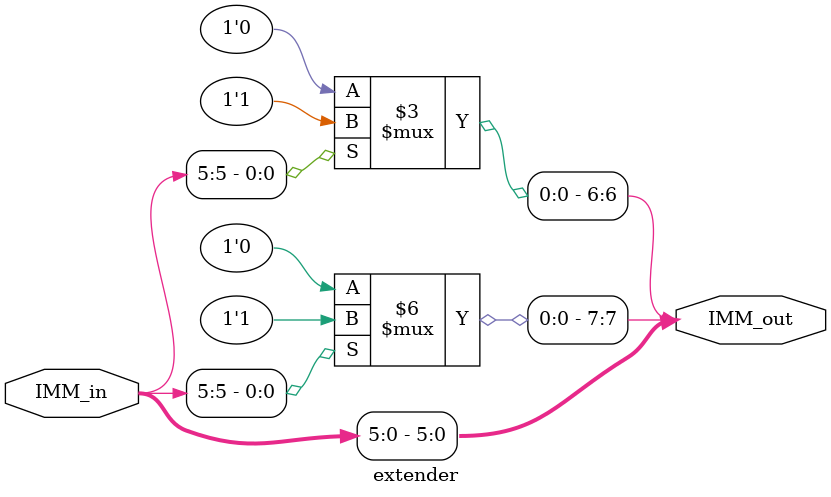
<source format=v>
module extender(IMM_in, IMM_out);

input [5:0] IMM_in;

output [7:0] IMM_out;

reg [7:0] IMM_out;

always @ (*) begin
	if (IMM_in[5]) begin //negative
		IMM_out[5:0] = IMM_in;
		IMM_out[7] = 1'b1;
		IMM_out[6] = 1'b1;
	end 
	else begin // postive
		IMM_out[5:0] = IMM_in;
		IMM_out[7] = 1'b0;
		IMM_out[6] = 1'b0;
	end
end
endmodule
</source>
